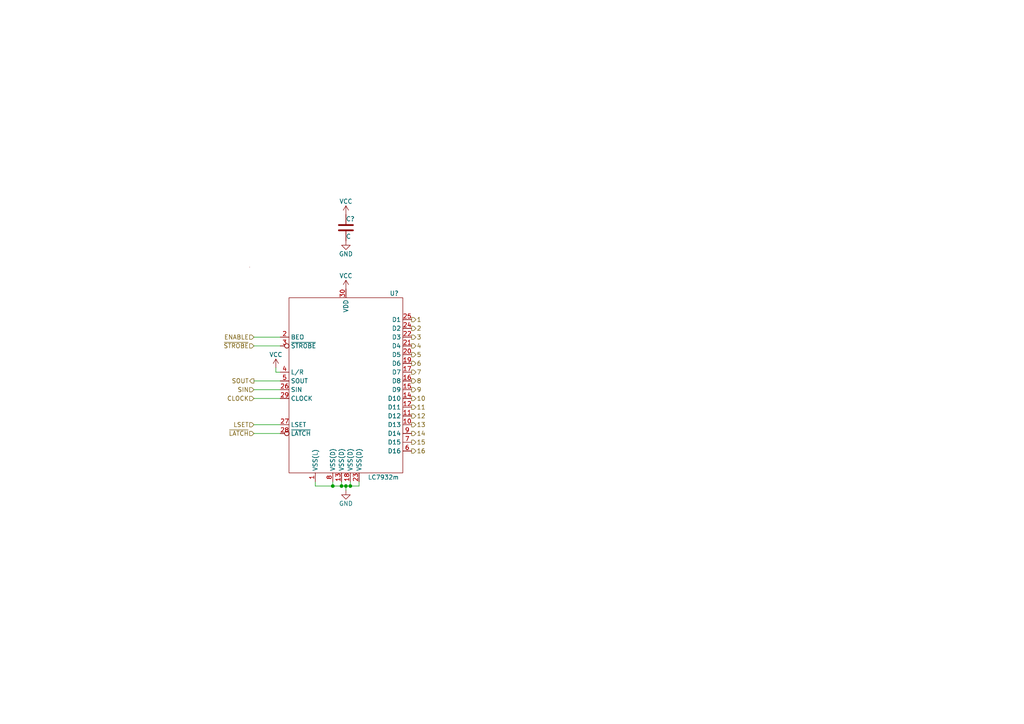
<source format=kicad_sch>
(kicad_sch (version 20211123) (generator eeschema)

  (uuid 9c27fe8c-87e9-40b9-89ae-e2c0f7a7c7a0)

  (paper "A4")

  (lib_symbols
    (symbol "Device:C" (pin_numbers hide) (pin_names (offset 0.254)) (in_bom yes) (on_board yes)
      (property "Reference" "C" (id 0) (at 0.635 2.54 0)
        (effects (font (size 1.27 1.27)) (justify left))
      )
      (property "Value" "C" (id 1) (at 0.635 -2.54 0)
        (effects (font (size 1.27 1.27)) (justify left))
      )
      (property "Footprint" "" (id 2) (at 0.9652 -3.81 0)
        (effects (font (size 1.27 1.27)) hide)
      )
      (property "Datasheet" "~" (id 3) (at 0 0 0)
        (effects (font (size 1.27 1.27)) hide)
      )
      (property "ki_keywords" "cap capacitor" (id 4) (at 0 0 0)
        (effects (font (size 1.27 1.27)) hide)
      )
      (property "ki_description" "Unpolarized capacitor" (id 5) (at 0 0 0)
        (effects (font (size 1.27 1.27)) hide)
      )
      (property "ki_fp_filters" "C_*" (id 6) (at 0 0 0)
        (effects (font (size 1.27 1.27)) hide)
      )
      (symbol "C_0_1"
        (polyline
          (pts
            (xy -2.032 -0.762)
            (xy 2.032 -0.762)
          )
          (stroke (width 0.508) (type default) (color 0 0 0 0))
          (fill (type none))
        )
        (polyline
          (pts
            (xy -2.032 0.762)
            (xy 2.032 0.762)
          )
          (stroke (width 0.508) (type default) (color 0 0 0 0))
          (fill (type none))
        )
      )
      (symbol "C_1_1"
        (pin passive line (at 0 3.81 270) (length 2.794)
          (name "~" (effects (font (size 1.27 1.27))))
          (number "1" (effects (font (size 1.27 1.27))))
        )
        (pin passive line (at 0 -3.81 90) (length 2.794)
          (name "~" (effects (font (size 1.27 1.27))))
          (number "2" (effects (font (size 1.27 1.27))))
        )
      )
    )
    (symbol "ledmatrix:LC7932m" (in_bom yes) (on_board yes)
      (property "Reference" "U" (id 0) (at 13.97 26.67 0)
        (effects (font (size 1.27 1.27)))
      )
      (property "Value" "LC7932m" (id 1) (at 11.43 -26.67 0)
        (effects (font (size 1.27 1.27)))
      )
      (property "Footprint" "" (id 2) (at 10.16 26.67 0)
        (effects (font (size 1.27 1.27)) hide)
      )
      (property "Datasheet" "" (id 3) (at 10.16 26.67 0)
        (effects (font (size 1.27 1.27)) hide)
      )
      (property "ki_description" "16-bit universal shift register LED driver" (id 4) (at 0 0 0)
        (effects (font (size 1.27 1.27)) hide)
      )
      (symbol "LC7932m_0_1"
        (rectangle (start -27.94 34.29) (end -27.94 34.29)
          (stroke (width 0) (type default) (color 0 0 0 0))
          (fill (type none))
        )
        (rectangle (start -16.51 25.4) (end 16.51 -25.4)
          (stroke (width 0) (type default) (color 0 0 0 0))
          (fill (type none))
        )
      )
      (symbol "LC7932m_1_1"
        (pin power_in line (at -8.89 -27.94 90) (length 2.54)
          (name "VSS(L)" (effects (font (size 1.27 1.27))))
          (number "1" (effects (font (size 1.27 1.27))))
        )
        (pin open_collector line (at 19.05 -11.43 180) (length 2.54)
          (name "D13" (effects (font (size 1.27 1.27))))
          (number "10" (effects (font (size 1.27 1.27))))
        )
        (pin open_collector line (at 19.05 -8.89 180) (length 2.54)
          (name "D12" (effects (font (size 1.27 1.27))))
          (number "11" (effects (font (size 1.27 1.27))))
        )
        (pin open_collector line (at 19.05 -6.35 180) (length 2.54)
          (name "D11" (effects (font (size 1.27 1.27))))
          (number "12" (effects (font (size 1.27 1.27))))
        )
        (pin power_in line (at -1.27 -27.94 90) (length 2.54)
          (name "VSS(D)" (effects (font (size 1.27 1.27))))
          (number "13" (effects (font (size 1.27 1.27))))
        )
        (pin open_collector line (at 19.05 -3.81 180) (length 2.54)
          (name "D10" (effects (font (size 1.27 1.27))))
          (number "14" (effects (font (size 1.27 1.27))))
        )
        (pin open_collector line (at 19.05 -1.27 180) (length 2.54)
          (name "D9" (effects (font (size 1.27 1.27))))
          (number "15" (effects (font (size 1.27 1.27))))
        )
        (pin open_collector line (at 19.05 1.27 180) (length 2.54)
          (name "D8" (effects (font (size 1.27 1.27))))
          (number "16" (effects (font (size 1.27 1.27))))
        )
        (pin open_collector line (at 19.05 3.81 180) (length 2.54)
          (name "D7" (effects (font (size 1.27 1.27))))
          (number "17" (effects (font (size 1.27 1.27))))
        )
        (pin power_in line (at 1.27 -27.94 90) (length 2.54)
          (name "VSS(D)" (effects (font (size 1.27 1.27))))
          (number "18" (effects (font (size 1.27 1.27))))
        )
        (pin open_collector line (at 19.05 6.35 180) (length 2.54)
          (name "D6" (effects (font (size 1.27 1.27))))
          (number "19" (effects (font (size 1.27 1.27))))
        )
        (pin input line (at -19.05 13.97 0) (length 2.54)
          (name "BEO" (effects (font (size 1.27 1.27))))
          (number "2" (effects (font (size 1.27 1.27))))
        )
        (pin open_collector line (at 19.05 8.89 180) (length 2.54)
          (name "D5" (effects (font (size 1.27 1.27))))
          (number "20" (effects (font (size 1.27 1.27))))
        )
        (pin open_collector line (at 19.05 11.43 180) (length 2.54)
          (name "D4" (effects (font (size 1.27 1.27))))
          (number "21" (effects (font (size 1.27 1.27))))
        )
        (pin open_collector line (at 19.05 13.97 180) (length 2.54)
          (name "D3" (effects (font (size 1.27 1.27))))
          (number "22" (effects (font (size 1.27 1.27))))
        )
        (pin power_in line (at 3.81 -27.94 90) (length 2.54)
          (name "VSS(D)" (effects (font (size 1.27 1.27))))
          (number "23" (effects (font (size 1.27 1.27))))
        )
        (pin open_collector line (at 19.05 16.51 180) (length 2.54)
          (name "D2" (effects (font (size 1.27 1.27))))
          (number "24" (effects (font (size 1.27 1.27))))
        )
        (pin open_collector line (at 19.05 19.05 180) (length 2.54)
          (name "D1" (effects (font (size 1.27 1.27))))
          (number "25" (effects (font (size 1.27 1.27))))
        )
        (pin input line (at -19.05 -1.27 0) (length 2.54)
          (name "SIN" (effects (font (size 1.27 1.27))))
          (number "26" (effects (font (size 1.27 1.27))))
        )
        (pin input line (at -19.05 -11.43 0) (length 2.54)
          (name "LSET" (effects (font (size 1.27 1.27))))
          (number "27" (effects (font (size 1.27 1.27))))
        )
        (pin input inverted (at -19.05 -13.97 0) (length 2.54)
          (name "~{LATCH}" (effects (font (size 1.27 1.27))))
          (number "28" (effects (font (size 1.27 1.27))))
        )
        (pin input line (at -19.05 -3.81 0) (length 2.54)
          (name "CLOCK" (effects (font (size 1.27 1.27))))
          (number "29" (effects (font (size 1.27 1.27))))
        )
        (pin input inverted (at -19.05 11.43 0) (length 2.54)
          (name "~{STROBE}" (effects (font (size 1.27 1.27))))
          (number "3" (effects (font (size 1.27 1.27))))
        )
        (pin power_in line (at 0 27.94 270) (length 2.54)
          (name "VDD" (effects (font (size 1.27 1.27))))
          (number "30" (effects (font (size 1.27 1.27))))
        )
        (pin input line (at -19.05 3.81 0) (length 2.54)
          (name "L/R" (effects (font (size 1.27 1.27))))
          (number "4" (effects (font (size 1.27 1.27))))
        )
        (pin output line (at -19.05 1.27 0) (length 2.54)
          (name "SOUT" (effects (font (size 1.27 1.27))))
          (number "5" (effects (font (size 1.27 1.27))))
        )
        (pin open_collector line (at 19.05 -19.05 180) (length 2.54)
          (name "D16" (effects (font (size 1.27 1.27))))
          (number "6" (effects (font (size 1.27 1.27))))
        )
        (pin open_collector line (at 19.05 -16.51 180) (length 2.54)
          (name "D15" (effects (font (size 1.27 1.27))))
          (number "7" (effects (font (size 1.27 1.27))))
        )
        (pin power_in line (at -3.81 -27.94 90) (length 2.54)
          (name "VSS(D)" (effects (font (size 1.27 1.27))))
          (number "8" (effects (font (size 1.27 1.27))))
        )
        (pin open_collector line (at 19.05 -13.97 180) (length 2.54)
          (name "D14" (effects (font (size 1.27 1.27))))
          (number "9" (effects (font (size 1.27 1.27))))
        )
      )
    )
    (symbol "power:GND" (power) (pin_names (offset 0)) (in_bom yes) (on_board yes)
      (property "Reference" "#PWR" (id 0) (at 0 -6.35 0)
        (effects (font (size 1.27 1.27)) hide)
      )
      (property "Value" "GND" (id 1) (at 0 -3.81 0)
        (effects (font (size 1.27 1.27)))
      )
      (property "Footprint" "" (id 2) (at 0 0 0)
        (effects (font (size 1.27 1.27)) hide)
      )
      (property "Datasheet" "" (id 3) (at 0 0 0)
        (effects (font (size 1.27 1.27)) hide)
      )
      (property "ki_keywords" "power-flag" (id 4) (at 0 0 0)
        (effects (font (size 1.27 1.27)) hide)
      )
      (property "ki_description" "Power symbol creates a global label with name \"GND\" , ground" (id 5) (at 0 0 0)
        (effects (font (size 1.27 1.27)) hide)
      )
      (symbol "GND_0_1"
        (polyline
          (pts
            (xy 0 0)
            (xy 0 -1.27)
            (xy 1.27 -1.27)
            (xy 0 -2.54)
            (xy -1.27 -1.27)
            (xy 0 -1.27)
          )
          (stroke (width 0) (type default) (color 0 0 0 0))
          (fill (type none))
        )
      )
      (symbol "GND_1_1"
        (pin power_in line (at 0 0 270) (length 0) hide
          (name "GND" (effects (font (size 1.27 1.27))))
          (number "1" (effects (font (size 1.27 1.27))))
        )
      )
    )
    (symbol "power:VCC" (power) (pin_names (offset 0)) (in_bom yes) (on_board yes)
      (property "Reference" "#PWR" (id 0) (at 0 -3.81 0)
        (effects (font (size 1.27 1.27)) hide)
      )
      (property "Value" "VCC" (id 1) (at 0 3.81 0)
        (effects (font (size 1.27 1.27)))
      )
      (property "Footprint" "" (id 2) (at 0 0 0)
        (effects (font (size 1.27 1.27)) hide)
      )
      (property "Datasheet" "" (id 3) (at 0 0 0)
        (effects (font (size 1.27 1.27)) hide)
      )
      (property "ki_keywords" "power-flag" (id 4) (at 0 0 0)
        (effects (font (size 1.27 1.27)) hide)
      )
      (property "ki_description" "Power symbol creates a global label with name \"VCC\"" (id 5) (at 0 0 0)
        (effects (font (size 1.27 1.27)) hide)
      )
      (symbol "VCC_0_1"
        (polyline
          (pts
            (xy -0.762 1.27)
            (xy 0 2.54)
          )
          (stroke (width 0) (type default) (color 0 0 0 0))
          (fill (type none))
        )
        (polyline
          (pts
            (xy 0 0)
            (xy 0 2.54)
          )
          (stroke (width 0) (type default) (color 0 0 0 0))
          (fill (type none))
        )
        (polyline
          (pts
            (xy 0 2.54)
            (xy 0.762 1.27)
          )
          (stroke (width 0) (type default) (color 0 0 0 0))
          (fill (type none))
        )
      )
      (symbol "VCC_1_1"
        (pin power_in line (at 0 0 90) (length 0) hide
          (name "VCC" (effects (font (size 1.27 1.27))))
          (number "1" (effects (font (size 1.27 1.27))))
        )
      )
    )
  )

  (junction (at 96.52 140.97) (diameter 0) (color 0 0 0 0)
    (uuid 62552e70-4e7d-4c4e-afa3-2b8827a6b18f)
  )
  (junction (at 99.06 140.97) (diameter 0) (color 0 0 0 0)
    (uuid 8dd19af9-7304-413c-8252-b3d5993413fb)
  )
  (junction (at 100.33 140.97) (diameter 0) (color 0 0 0 0)
    (uuid a843f15c-40f4-43a0-90f3-9dcafc3d8c1d)
  )
  (junction (at 101.6 140.97) (diameter 0) (color 0 0 0 0)
    (uuid fd2dfc87-cbe0-48a5-96bf-867231fe884a)
  )

  (wire (pts (xy 73.66 110.49) (xy 81.28 110.49))
    (stroke (width 0) (type default) (color 0 0 0 0))
    (uuid 0620f927-82d8-4ef0-a39e-b43b41b44057)
  )
  (wire (pts (xy 73.66 125.73) (xy 81.28 125.73))
    (stroke (width 0) (type default) (color 0 0 0 0))
    (uuid 10c1c048-0c98-4301-857a-e918bb1062f8)
  )
  (wire (pts (xy 80.01 106.68) (xy 80.01 107.95))
    (stroke (width 0) (type default) (color 0 0 0 0))
    (uuid 1352a5f5-1d46-4c7f-95dd-cfba487e77df)
  )
  (wire (pts (xy 91.44 139.7) (xy 91.44 140.97))
    (stroke (width 0) (type default) (color 0 0 0 0))
    (uuid 1a347807-1126-48f5-83c8-d6e988b780d7)
  )
  (wire (pts (xy 101.6 139.7) (xy 101.6 140.97))
    (stroke (width 0) (type default) (color 0 0 0 0))
    (uuid 26d20f79-08d2-40c8-bb74-fb4022d664c0)
  )
  (wire (pts (xy 101.6 140.97) (xy 100.33 140.97))
    (stroke (width 0) (type default) (color 0 0 0 0))
    (uuid 28202326-5f92-475f-87dc-da917916744f)
  )
  (wire (pts (xy 80.01 107.95) (xy 81.28 107.95))
    (stroke (width 0) (type default) (color 0 0 0 0))
    (uuid 2836f138-b0de-4b8c-9737-1e34ff8cbd32)
  )
  (wire (pts (xy 99.06 140.97) (xy 100.33 140.97))
    (stroke (width 0) (type default) (color 0 0 0 0))
    (uuid 33093cb8-9dee-48df-b525-dc90872db567)
  )
  (wire (pts (xy 96.52 139.7) (xy 96.52 140.97))
    (stroke (width 0) (type default) (color 0 0 0 0))
    (uuid 375b47b5-c62e-40dd-a152-7a17a145fac4)
  )
  (wire (pts (xy 96.52 140.97) (xy 99.06 140.97))
    (stroke (width 0) (type default) (color 0 0 0 0))
    (uuid 7c1f5495-e35b-4c11-9049-87274766a34e)
  )
  (wire (pts (xy 73.66 97.79) (xy 81.28 97.79))
    (stroke (width 0) (type default) (color 0 0 0 0))
    (uuid 8021fcc3-88a5-426e-9078-cfdfc0a9319c)
  )
  (wire (pts (xy 73.66 113.03) (xy 81.28 113.03))
    (stroke (width 0) (type default) (color 0 0 0 0))
    (uuid 9c98cd6f-1fc8-4e91-ad3b-668e0a8149e5)
  )
  (wire (pts (xy 73.66 100.33) (xy 81.28 100.33))
    (stroke (width 0) (type default) (color 0 0 0 0))
    (uuid a374a284-d8bc-429b-b802-e66b0060169d)
  )
  (wire (pts (xy 73.66 123.19) (xy 81.28 123.19))
    (stroke (width 0) (type default) (color 0 0 0 0))
    (uuid b202ba1e-349b-4130-bab9-b1c47a303380)
  )
  (wire (pts (xy 73.66 115.57) (xy 81.28 115.57))
    (stroke (width 0) (type default) (color 0 0 0 0))
    (uuid b6ecb8f7-3914-4cd7-b45b-a29200214ef7)
  )
  (wire (pts (xy 104.14 140.97) (xy 101.6 140.97))
    (stroke (width 0) (type default) (color 0 0 0 0))
    (uuid ba889e86-8e4b-4cd6-8abf-a20fd449b9ea)
  )
  (wire (pts (xy 104.14 139.7) (xy 104.14 140.97))
    (stroke (width 0) (type default) (color 0 0 0 0))
    (uuid c045bd9b-ec70-4b22-8f9e-d2a4e5b96ae7)
  )
  (wire (pts (xy 91.44 140.97) (xy 96.52 140.97))
    (stroke (width 0) (type default) (color 0 0 0 0))
    (uuid ef3f0c85-c6c3-4ddd-8670-bff245d50373)
  )
  (wire (pts (xy 100.33 140.97) (xy 100.33 142.24))
    (stroke (width 0) (type default) (color 0 0 0 0))
    (uuid f88a90aa-2fc9-4632-ac52-f621cc10d186)
  )
  (wire (pts (xy 99.06 139.7) (xy 99.06 140.97))
    (stroke (width 0) (type default) (color 0 0 0 0))
    (uuid fc363ff0-478f-4221-aa7d-d75148f87739)
  )

  (hierarchical_label "2" (shape output) (at 119.38 95.25 0)
    (effects (font (size 1.27 1.27)) (justify left))
    (uuid 002d839b-d941-43d3-9666-1d306654f4ff)
  )
  (hierarchical_label "6" (shape output) (at 119.38 105.41 0)
    (effects (font (size 1.27 1.27)) (justify left))
    (uuid 09de7249-4556-4b40-9613-6e92c3c2db72)
  )
  (hierarchical_label "1" (shape output) (at 119.38 92.71 0)
    (effects (font (size 1.27 1.27)) (justify left))
    (uuid 0d8e9939-4c89-4ea0-a027-9c81362f09d9)
  )
  (hierarchical_label "16" (shape output) (at 119.38 130.81 0)
    (effects (font (size 1.27 1.27)) (justify left))
    (uuid 112d55fc-ef40-402f-8621-26ef2b776129)
  )
  (hierarchical_label "15" (shape output) (at 119.38 128.27 0)
    (effects (font (size 1.27 1.27)) (justify left))
    (uuid 1a75cb0f-a9ed-4a58-8f2c-0bf407f4b77f)
  )
  (hierarchical_label "SIN" (shape input) (at 73.66 113.03 180)
    (effects (font (size 1.27 1.27)) (justify right))
    (uuid 1b83cd93-15c8-4bd0-90d9-2c19de7fc996)
  )
  (hierarchical_label "10" (shape output) (at 119.38 115.57 0)
    (effects (font (size 1.27 1.27)) (justify left))
    (uuid 1c264ba9-db16-4163-b5d2-5ee44e90f88f)
  )
  (hierarchical_label "9" (shape output) (at 119.38 113.03 0)
    (effects (font (size 1.27 1.27)) (justify left))
    (uuid 26dd594c-dfd4-4901-8497-db21c91c73ff)
  )
  (hierarchical_label "ENABLE" (shape input) (at 73.66 97.79 180)
    (effects (font (size 1.27 1.27)) (justify right))
    (uuid 30977415-ba12-4ed7-bb2c-c2579df23264)
  )
  (hierarchical_label "4" (shape output) (at 119.38 100.33 0)
    (effects (font (size 1.27 1.27)) (justify left))
    (uuid 67fd6ed1-2f5b-4247-a079-5097da344ca3)
  )
  (hierarchical_label "LSET" (shape input) (at 73.66 123.19 180)
    (effects (font (size 1.27 1.27)) (justify right))
    (uuid 79233ba5-ccd2-4317-a8f2-9ca2495caea6)
  )
  (hierarchical_label "~{STROBE}" (shape input) (at 73.66 100.33 180)
    (effects (font (size 1.27 1.27)) (justify right))
    (uuid 7c6aacc6-2f55-4634-a480-320255548d43)
  )
  (hierarchical_label "~{LATCH}" (shape input) (at 73.66 125.73 180)
    (effects (font (size 1.27 1.27)) (justify right))
    (uuid 7e0c4e55-50a1-46bd-86a3-28e888f45673)
  )
  (hierarchical_label "11" (shape output) (at 119.38 118.11 0)
    (effects (font (size 1.27 1.27)) (justify left))
    (uuid 8fca67ca-f2fb-4ff0-bc03-f6410360e1ed)
  )
  (hierarchical_label "13" (shape output) (at 119.38 123.19 0)
    (effects (font (size 1.27 1.27)) (justify left))
    (uuid 9eefee90-94f7-4761-a57d-0a6c3d052f03)
  )
  (hierarchical_label "12" (shape output) (at 119.38 120.65 0)
    (effects (font (size 1.27 1.27)) (justify left))
    (uuid b33cdc72-50f1-42c7-bcdb-6edb1bd27e36)
  )
  (hierarchical_label "SOUT" (shape output) (at 73.66 110.49 180)
    (effects (font (size 1.27 1.27)) (justify right))
    (uuid b8cf574d-18d4-44c7-9b85-bf57d7f9f38f)
  )
  (hierarchical_label "8" (shape output) (at 119.38 110.49 0)
    (effects (font (size 1.27 1.27)) (justify left))
    (uuid c25f9955-6ada-41a7-bbdd-3201772101ea)
  )
  (hierarchical_label "CLOCK" (shape input) (at 73.66 115.57 180)
    (effects (font (size 1.27 1.27)) (justify right))
    (uuid cfa0cd3e-22c7-44d4-bd5f-70593eaf64ce)
  )
  (hierarchical_label "14" (shape output) (at 119.38 125.73 0)
    (effects (font (size 1.27 1.27)) (justify left))
    (uuid d1f7233b-faad-46d9-aba2-42316ee6906b)
  )
  (hierarchical_label "3" (shape output) (at 119.38 97.79 0)
    (effects (font (size 1.27 1.27)) (justify left))
    (uuid f33bfe0d-d78d-4357-8c77-b991551f04cc)
  )
  (hierarchical_label "5" (shape output) (at 119.38 102.87 0)
    (effects (font (size 1.27 1.27)) (justify left))
    (uuid f78239b6-d5de-4429-a39c-d07ab283c0f3)
  )
  (hierarchical_label "7" (shape output) (at 119.38 107.95 0)
    (effects (font (size 1.27 1.27)) (justify left))
    (uuid f8f18074-1fa4-4195-aa23-3b98d66944cc)
  )

  (symbol (lib_id "power:VCC") (at 80.01 106.68 0) (unit 1)
    (in_bom yes) (on_board yes)
    (uuid 50ad5fe7-89f4-403f-b7c0-2eddbe5ed4be)
    (property "Reference" "#PWR?" (id 0) (at 80.01 110.49 0)
      (effects (font (size 1.27 1.27)) hide)
    )
    (property "Value" "VCC" (id 1) (at 80.01 102.87 0))
    (property "Footprint" "" (id 2) (at 80.01 106.68 0)
      (effects (font (size 1.27 1.27)) hide)
    )
    (property "Datasheet" "" (id 3) (at 80.01 106.68 0)
      (effects (font (size 1.27 1.27)) hide)
    )
    (pin "1" (uuid 6ab004d9-8b42-44a3-abee-6541d3b46d48))
  )

  (symbol (lib_id "power:GND") (at 100.33 69.85 0) (unit 1)
    (in_bom yes) (on_board yes)
    (uuid 65eca5c7-7144-4993-b249-d517e6566915)
    (property "Reference" "#PWR?" (id 0) (at 100.33 76.2 0)
      (effects (font (size 1.27 1.27)) hide)
    )
    (property "Value" "GND" (id 1) (at 100.33 73.66 0))
    (property "Footprint" "" (id 2) (at 100.33 69.85 0)
      (effects (font (size 1.27 1.27)) hide)
    )
    (property "Datasheet" "" (id 3) (at 100.33 69.85 0)
      (effects (font (size 1.27 1.27)) hide)
    )
    (pin "1" (uuid 68992d97-e4d0-4122-a28b-a3331b18ca17))
  )

  (symbol (lib_id "power:GND") (at 100.33 142.24 0) (unit 1)
    (in_bom yes) (on_board yes)
    (uuid 6f22e199-75bb-4dac-b62f-7365668eb6f3)
    (property "Reference" "#PWR?" (id 0) (at 100.33 148.59 0)
      (effects (font (size 1.27 1.27)) hide)
    )
    (property "Value" "GND" (id 1) (at 100.33 146.05 0))
    (property "Footprint" "" (id 2) (at 100.33 142.24 0)
      (effects (font (size 1.27 1.27)) hide)
    )
    (property "Datasheet" "" (id 3) (at 100.33 142.24 0)
      (effects (font (size 1.27 1.27)) hide)
    )
    (pin "1" (uuid db18b3a8-5143-4a50-bc25-e7efc1a55312))
  )

  (symbol (lib_id "power:VCC") (at 100.33 62.23 0) (unit 1)
    (in_bom yes) (on_board yes)
    (uuid 88a1402b-8c07-4044-bdfc-9e77595815c2)
    (property "Reference" "#PWR?" (id 0) (at 100.33 66.04 0)
      (effects (font (size 1.27 1.27)) hide)
    )
    (property "Value" "VCC" (id 1) (at 100.33 58.42 0))
    (property "Footprint" "" (id 2) (at 100.33 62.23 0)
      (effects (font (size 1.27 1.27)) hide)
    )
    (property "Datasheet" "" (id 3) (at 100.33 62.23 0)
      (effects (font (size 1.27 1.27)) hide)
    )
    (pin "1" (uuid c8858527-e802-4196-89fe-1819e9e56ed0))
  )

  (symbol (lib_id "ledmatrix:LC7932m") (at 100.33 111.76 0) (unit 1)
    (in_bom yes) (on_board yes)
    (uuid adb4db04-7933-4289-998a-8ad697522a68)
    (property "Reference" "U?" (id 0) (at 113.03 85.09 0)
      (effects (font (size 1.27 1.27)) (justify left))
    )
    (property "Value" "LC7932m" (id 1) (at 106.68 138.43 0)
      (effects (font (size 1.27 1.27)) (justify left))
    )
    (property "Footprint" "" (id 2) (at 110.49 85.09 0)
      (effects (font (size 1.27 1.27)) hide)
    )
    (property "Datasheet" "" (id 3) (at 110.49 85.09 0)
      (effects (font (size 1.27 1.27)) hide)
    )
    (pin "1" (uuid 78a29a0b-7bc4-41c6-90e9-731fa08d7a6a))
    (pin "10" (uuid d7837496-a279-4df7-bb2f-034baf1e872d))
    (pin "11" (uuid ed9b0592-e917-4fbd-87d0-185f7a26bbaa))
    (pin "12" (uuid 105a32ca-b1cb-4016-bb6e-4d9ef3390d27))
    (pin "13" (uuid 555f8677-14db-458f-9b9d-519029b5fe24))
    (pin "14" (uuid e2d74854-ff6c-41e7-87c5-aa2bb60e1783))
    (pin "15" (uuid 6a041421-7793-4515-b709-7ab38fe49a05))
    (pin "16" (uuid 917f7414-9ccc-4c5d-9b7b-d763c7745904))
    (pin "17" (uuid 6a1a589e-8151-452d-9de9-dabe485be124))
    (pin "18" (uuid 89fdf83a-1d8a-491f-8f48-9fb8bf1b4dc8))
    (pin "19" (uuid 233d7e70-9df1-4245-aa01-8ca152a7cad9))
    (pin "2" (uuid e717c759-6e1e-46d2-88ba-5f461d5974cc))
    (pin "20" (uuid b008b409-e35a-48e9-b19d-908a3947f3e3))
    (pin "21" (uuid 186dddee-89dc-4297-b0f6-11d78a92ed91))
    (pin "22" (uuid 0c3cba8f-fd07-4cb1-ad4b-3095c69bd078))
    (pin "23" (uuid 329ebb0f-f068-44b3-a8d5-3e8d3e579836))
    (pin "24" (uuid 7320b7ad-6621-47e7-84c1-feff3cae692a))
    (pin "25" (uuid 80a5ddb8-7db1-4a97-8ed3-ff2fa3847434))
    (pin "26" (uuid e67d6b7b-896a-41f5-ae21-063269fa1b25))
    (pin "27" (uuid ce29f558-c630-48e4-91e4-9e3c99fa4e80))
    (pin "28" (uuid a136699c-dc69-4a7e-920c-fa73d94a27d5))
    (pin "29" (uuid 72ec46a4-642b-4714-9d51-9ad95eb91677))
    (pin "3" (uuid 250ee315-8fdc-4262-916b-7d491d8fa67e))
    (pin "30" (uuid 0fb6e23a-d198-402a-83f7-ec95a301c8d5))
    (pin "4" (uuid f6b23473-4db5-4500-a520-3b023dcc52a5))
    (pin "5" (uuid 4d408dc9-b8f8-46fc-a039-b582d93c7ed8))
    (pin "6" (uuid 1a779dca-5f50-4101-8b5d-72c346c97085))
    (pin "7" (uuid 75351f14-419f-4cd0-9ab9-0d3b90b9a924))
    (pin "8" (uuid adcade27-dde3-45cd-9bc0-5d1aae4503ad))
    (pin "9" (uuid 909a9982-5ffc-48d3-b6fe-37a9a7811663))
  )

  (symbol (lib_id "power:VCC") (at 100.33 83.82 0) (unit 1)
    (in_bom yes) (on_board yes)
    (uuid c5430cf8-1aae-4793-8896-781e109301ac)
    (property "Reference" "#PWR?" (id 0) (at 100.33 87.63 0)
      (effects (font (size 1.27 1.27)) hide)
    )
    (property "Value" "VCC" (id 1) (at 100.33 80.01 0))
    (property "Footprint" "" (id 2) (at 100.33 83.82 0)
      (effects (font (size 1.27 1.27)) hide)
    )
    (property "Datasheet" "" (id 3) (at 100.33 83.82 0)
      (effects (font (size 1.27 1.27)) hide)
    )
    (pin "1" (uuid ea06f49f-85d8-4c51-b0bf-14b984acfb26))
  )

  (symbol (lib_id "Device:C") (at 100.33 66.04 0) (unit 1)
    (in_bom yes) (on_board yes)
    (uuid f4a0c5e0-15f8-43a7-859d-64002c362ea7)
    (property "Reference" "C?" (id 0) (at 100.33 63.5 0)
      (effects (font (size 1.27 1.27)) (justify left))
    )
    (property "Value" "C" (id 1) (at 100.33 68.58 0)
      (effects (font (size 1.27 1.27)) (justify left))
    )
    (property "Footprint" "" (id 2) (at 101.2952 69.85 0)
      (effects (font (size 1.27 1.27)) hide)
    )
    (property "Datasheet" "~" (id 3) (at 100.33 66.04 0)
      (effects (font (size 1.27 1.27)) hide)
    )
    (pin "1" (uuid 55a57eaf-f1bb-4aff-81a4-4d442d0640a7))
    (pin "2" (uuid 94b3f9f7-2787-44cb-a5e7-bdb6ae2e556f))
  )
)

</source>
